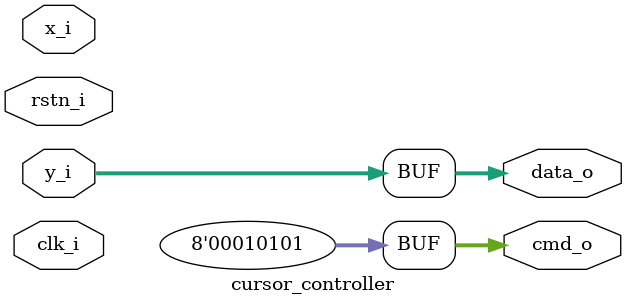
<source format=v>
module cursor_controller (
    input wire clk_i,
    input wire rstn_i,
    input wire [7:0] x_i, // x 좌표
    input wire [7:0] y_i, // y 좌표
    output wire [7:0] cmd_o,
    output wire [7:0] data_o
);

    assign cmd_o = 8'h15; // "Set Column Address" 명령어
    assign data_o = {x_i, y_i};

endmodule

</source>
